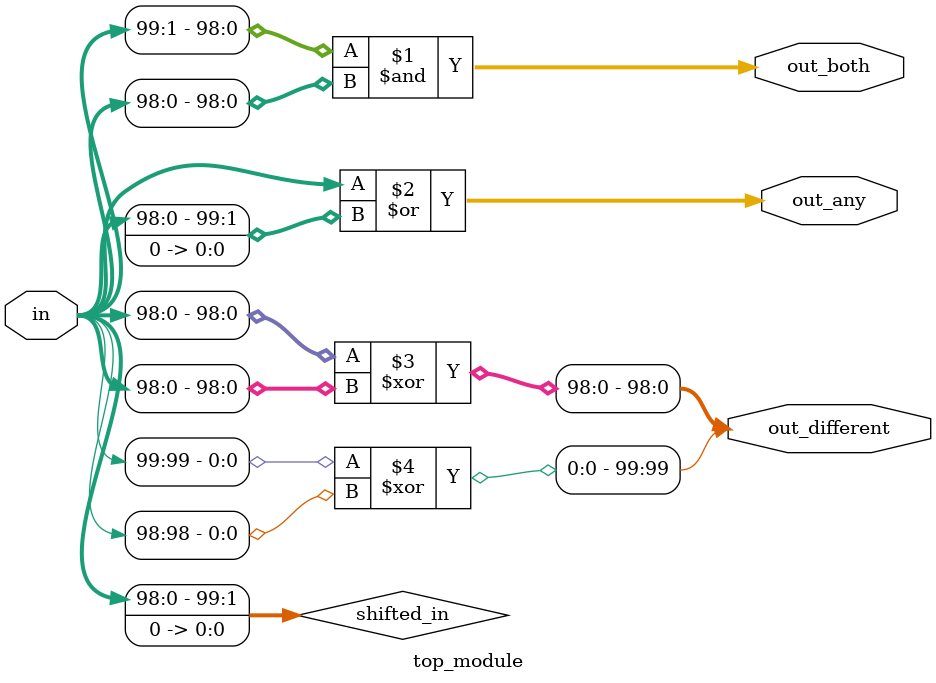
<source format=sv>
module top_module (
    input  [99:0] in,
    output [99:0] out_any,
    output [99:0] out_different,
    output [98:0] out_both
);
    wire [99:0] shifted_in;
    
    assign shifted_in = {in[98:0], 1'b0}; // Shift input by one bit

    assign out_both = in[99:1] & shifted_in[99:1];
    assign out_any = in | shifted_in;
    assign out_different = {in[99] ^ shifted_in[99], in[98:0] ^ shifted_in[99:1]};

endmodule

</source>
